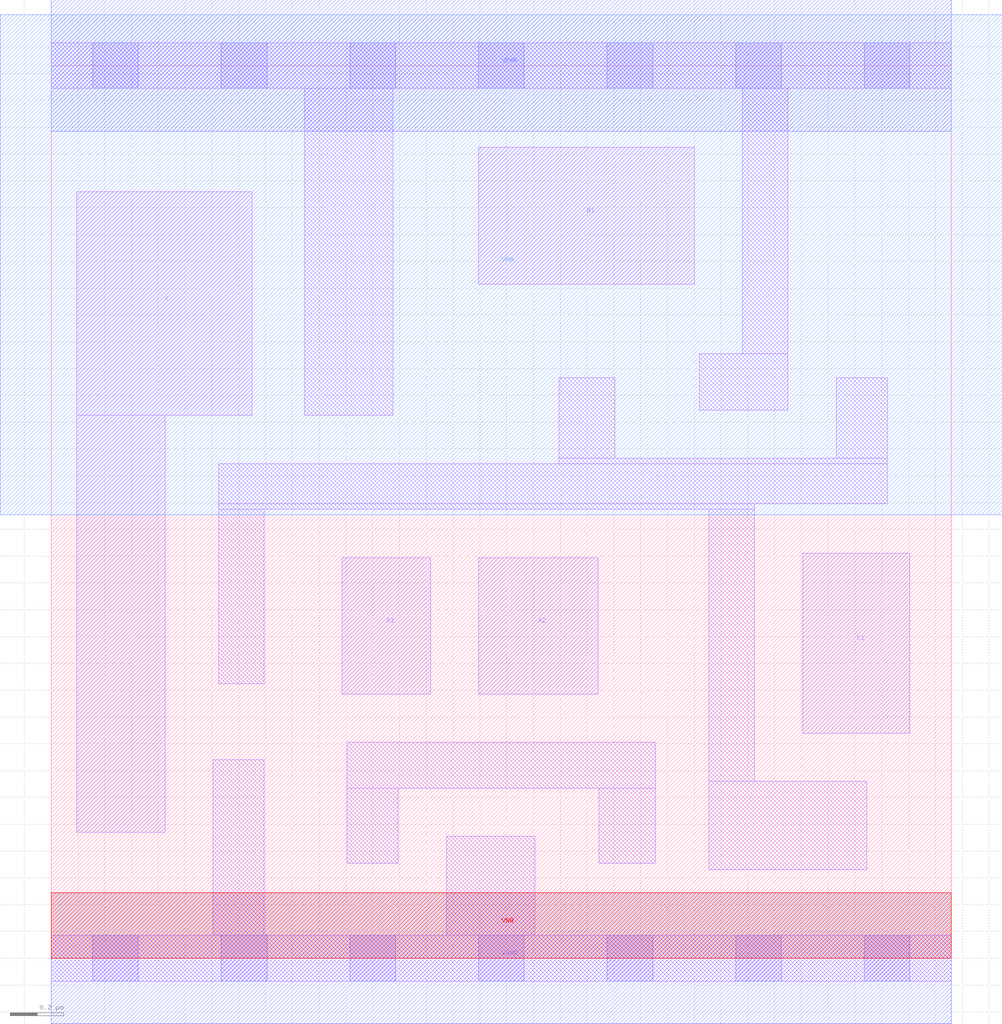
<source format=lef>
# Copyright 2020 The SkyWater PDK Authors
#
# Licensed under the Apache License, Version 2.0 (the "License");
# you may not use this file except in compliance with the License.
# You may obtain a copy of the License at
#
#     https://www.apache.org/licenses/LICENSE-2.0
#
# Unless required by applicable law or agreed to in writing, software
# distributed under the License is distributed on an "AS IS" BASIS,
# WITHOUT WARRANTIES OR CONDITIONS OF ANY KIND, either express or implied.
# See the License for the specific language governing permissions and
# limitations under the License.
#
# SPDX-License-Identifier: Apache-2.0

VERSION 5.7 ;
  NOWIREEXTENSIONATPIN ON ;
  DIVIDERCHAR "/" ;
  BUSBITCHARS "[]" ;
MACRO sky130_fd_sc_lp__o211a_m
  CLASS CORE ;
  FOREIGN sky130_fd_sc_lp__o211a_m ;
  ORIGIN  0.000000  0.000000 ;
  SIZE  3.360000 BY  3.330000 ;
  SYMMETRY X Y R90 ;
  SITE unit ;
  PIN A1
    ANTENNAGATEAREA  0.126000 ;
    DIRECTION INPUT ;
    USE SIGNAL ;
    PORT
      LAYER li1 ;
        RECT 1.085000 0.985000 1.415000 1.495000 ;
    END
  END A1
  PIN A2
    ANTENNAGATEAREA  0.126000 ;
    DIRECTION INPUT ;
    USE SIGNAL ;
    PORT
      LAYER li1 ;
        RECT 1.595000 0.985000 2.040000 1.495000 ;
    END
  END A2
  PIN B1
    ANTENNAGATEAREA  0.126000 ;
    DIRECTION INPUT ;
    USE SIGNAL ;
    PORT
      LAYER li1 ;
        RECT 1.595000 2.515000 2.400000 3.025000 ;
    END
  END B1
  PIN C1
    ANTENNAGATEAREA  0.126000 ;
    DIRECTION INPUT ;
    USE SIGNAL ;
    PORT
      LAYER li1 ;
        RECT 2.805000 0.840000 3.205000 1.510000 ;
    END
  END C1
  PIN X
    ANTENNADIFFAREA  0.222600 ;
    DIRECTION OUTPUT ;
    USE SIGNAL ;
    PORT
      LAYER li1 ;
        RECT 0.095000 0.470000 0.425000 2.025000 ;
        RECT 0.095000 2.025000 0.750000 2.860000 ;
    END
  END X
  PIN VGND
    DIRECTION INOUT ;
    USE GROUND ;
    PORT
      LAYER met1 ;
        RECT 0.000000 -0.245000 3.360000 0.245000 ;
    END
  END VGND
  PIN VNB
    DIRECTION INOUT ;
    USE GROUND ;
    PORT
      LAYER pwell ;
        RECT 0.000000 0.000000 3.360000 0.245000 ;
    END
  END VNB
  PIN VPB
    DIRECTION INOUT ;
    USE POWER ;
    PORT
      LAYER nwell ;
        RECT -0.190000 1.655000 3.550000 3.520000 ;
    END
  END VPB
  PIN VPWR
    DIRECTION INOUT ;
    USE POWER ;
    PORT
      LAYER met1 ;
        RECT 0.000000 3.085000 3.360000 3.575000 ;
    END
  END VPWR
  OBS
    LAYER li1 ;
      RECT 0.000000 -0.085000 3.360000 0.085000 ;
      RECT 0.000000  3.245000 3.360000 3.415000 ;
      RECT 0.605000  0.085000 0.795000 0.740000 ;
      RECT 0.625000  1.025000 0.795000 1.675000 ;
      RECT 0.625000  1.675000 2.625000 1.695000 ;
      RECT 0.625000  1.695000 3.120000 1.845000 ;
      RECT 0.945000  2.025000 1.275000 3.245000 ;
      RECT 1.105000  0.355000 1.295000 0.635000 ;
      RECT 1.105000  0.635000 2.255000 0.805000 ;
      RECT 1.475000  0.085000 1.805000 0.455000 ;
      RECT 1.895000  1.845000 3.120000 1.865000 ;
      RECT 1.895000  1.865000 2.105000 2.165000 ;
      RECT 2.045000  0.355000 2.255000 0.635000 ;
      RECT 2.420000  2.045000 2.750000 2.255000 ;
      RECT 2.455000  0.330000 3.045000 0.660000 ;
      RECT 2.455000  0.660000 2.625000 1.675000 ;
      RECT 2.580000  2.255000 2.750000 3.245000 ;
      RECT 2.930000  1.865000 3.120000 2.165000 ;
    LAYER mcon ;
      RECT 0.155000 -0.085000 0.325000 0.085000 ;
      RECT 0.155000  3.245000 0.325000 3.415000 ;
      RECT 0.635000 -0.085000 0.805000 0.085000 ;
      RECT 0.635000  3.245000 0.805000 3.415000 ;
      RECT 1.115000 -0.085000 1.285000 0.085000 ;
      RECT 1.115000  3.245000 1.285000 3.415000 ;
      RECT 1.595000 -0.085000 1.765000 0.085000 ;
      RECT 1.595000  3.245000 1.765000 3.415000 ;
      RECT 2.075000 -0.085000 2.245000 0.085000 ;
      RECT 2.075000  3.245000 2.245000 3.415000 ;
      RECT 2.555000 -0.085000 2.725000 0.085000 ;
      RECT 2.555000  3.245000 2.725000 3.415000 ;
      RECT 3.035000 -0.085000 3.205000 0.085000 ;
      RECT 3.035000  3.245000 3.205000 3.415000 ;
  END
END sky130_fd_sc_lp__o211a_m
END LIBRARY

</source>
